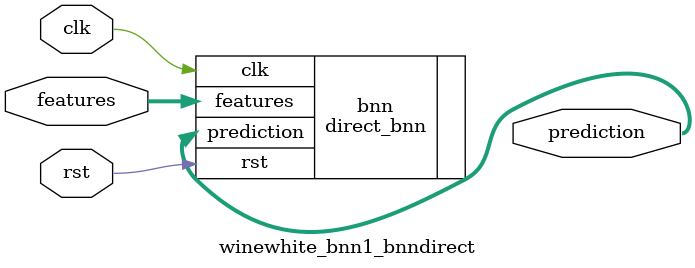
<source format=v>













module winewhite_bnn1_bnndirect #(

parameter FEAT_CNT = 11,
parameter HIDDEN_CNT = 40,
parameter FEAT_BITS = 4,
parameter CLASS_CNT = 7,
parameter TEST_CNT = 1000


  ) (
  input clk,
  input rst,
  input [FEAT_CNT*FEAT_BITS-1:0] features,
  output [$clog2(CLASS_CNT)-1:0] prediction
  );

  localparam Weights0 = 440'b00010101000000000100110001011111111100001000110010111000111101011010011001100010111100110011000010111110111001101101111011100100100101010010111001101100110001100100000010000100011001111001000101010111000101001100101000101100000110011111011111100011100111101111111000100110011101011110000110100011110011010110001110100100000101101110011001000000111010100011101011100100010011100101000101010011100110000100101000111101100110011111111111010110 ;
  localparam Weights1 = 280'b1100111000000011001100101100101011000111100011011110001100111111010011101101011100011011111010110001111101001110110101110000110111101010000011000100001011010011000011011110101100001111010011101101011100001101100010110001111111101110111001110000000011001010100110110101111011010110 ;

  direct_bnn #(.FEAT_CNT(FEAT_CNT),.FEAT_BITS(FEAT_BITS),.HIDDEN_CNT(HIDDEN_CNT),.CLASS_CNT(CLASS_CNT),.Weights0(Weights0),.Weights1(Weights1)) bnn (
    .clk(clk),
    .rst(rst),
    .features(features),
    .prediction(prediction)
  );

endmodule

</source>
